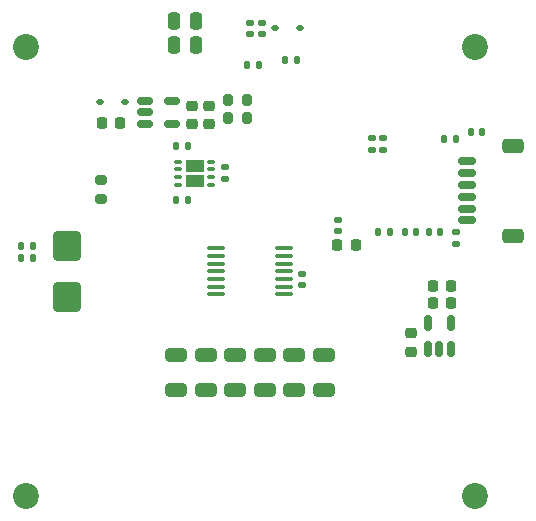
<source format=gbp>
%TF.GenerationSoftware,KiCad,Pcbnew,8.0.7*%
%TF.CreationDate,2025-10-10T17:09:57-07:00*%
%TF.ProjectId,CurlDrive-2,4375726c-4472-4697-9665-2d322e6b6963,rev?*%
%TF.SameCoordinates,Original*%
%TF.FileFunction,Paste,Bot*%
%TF.FilePolarity,Positive*%
%FSLAX46Y46*%
G04 Gerber Fmt 4.6, Leading zero omitted, Abs format (unit mm)*
G04 Created by KiCad (PCBNEW 8.0.7) date 2025-10-10 17:09:57*
%MOMM*%
%LPD*%
G01*
G04 APERTURE LIST*
G04 Aperture macros list*
%AMRoundRect*
0 Rectangle with rounded corners*
0 $1 Rounding radius*
0 $2 $3 $4 $5 $6 $7 $8 $9 X,Y pos of 4 corners*
0 Add a 4 corners polygon primitive as box body*
4,1,4,$2,$3,$4,$5,$6,$7,$8,$9,$2,$3,0*
0 Add four circle primitives for the rounded corners*
1,1,$1+$1,$2,$3*
1,1,$1+$1,$4,$5*
1,1,$1+$1,$6,$7*
1,1,$1+$1,$8,$9*
0 Add four rect primitives between the rounded corners*
20,1,$1+$1,$2,$3,$4,$5,0*
20,1,$1+$1,$4,$5,$6,$7,0*
20,1,$1+$1,$6,$7,$8,$9,0*
20,1,$1+$1,$8,$9,$2,$3,0*%
G04 Aperture macros list end*
%ADD10C,2.200000*%
%ADD11RoundRect,0.225000X0.250000X-0.225000X0.250000X0.225000X-0.250000X0.225000X-0.250000X-0.225000X0*%
%ADD12RoundRect,0.112500X0.187500X0.112500X-0.187500X0.112500X-0.187500X-0.112500X0.187500X-0.112500X0*%
%ADD13RoundRect,0.135000X-0.135000X-0.185000X0.135000X-0.185000X0.135000X0.185000X-0.135000X0.185000X0*%
%ADD14RoundRect,0.225000X0.225000X0.250000X-0.225000X0.250000X-0.225000X-0.250000X0.225000X-0.250000X0*%
%ADD15RoundRect,0.140000X-0.140000X-0.170000X0.140000X-0.170000X0.140000X0.170000X-0.140000X0.170000X0*%
%ADD16RoundRect,0.140000X0.170000X-0.140000X0.170000X0.140000X-0.170000X0.140000X-0.170000X-0.140000X0*%
%ADD17RoundRect,0.250000X-0.650000X0.325000X-0.650000X-0.325000X0.650000X-0.325000X0.650000X0.325000X0*%
%ADD18RoundRect,0.100000X-0.637500X-0.100000X0.637500X-0.100000X0.637500X0.100000X-0.637500X0.100000X0*%
%ADD19RoundRect,0.150000X-0.625000X0.150000X-0.625000X-0.150000X0.625000X-0.150000X0.625000X0.150000X0*%
%ADD20RoundRect,0.250000X-0.650000X0.350000X-0.650000X-0.350000X0.650000X-0.350000X0.650000X0.350000X0*%
%ADD21RoundRect,0.140000X-0.170000X0.140000X-0.170000X-0.140000X0.170000X-0.140000X0.170000X0.140000X0*%
%ADD22RoundRect,0.135000X0.135000X0.185000X-0.135000X0.185000X-0.135000X-0.185000X0.135000X-0.185000X0*%
%ADD23RoundRect,0.150000X0.150000X-0.512500X0.150000X0.512500X-0.150000X0.512500X-0.150000X-0.512500X0*%
%ADD24RoundRect,0.200000X-0.200000X-0.275000X0.200000X-0.275000X0.200000X0.275000X-0.200000X0.275000X0*%
%ADD25RoundRect,0.200000X0.200000X0.275000X-0.200000X0.275000X-0.200000X-0.275000X0.200000X-0.275000X0*%
%ADD26RoundRect,0.200000X-0.275000X0.200000X-0.275000X-0.200000X0.275000X-0.200000X0.275000X0.200000X0*%
%ADD27RoundRect,0.250000X0.250000X0.475000X-0.250000X0.475000X-0.250000X-0.475000X0.250000X-0.475000X0*%
%ADD28RoundRect,0.250000X-0.900000X1.000000X-0.900000X-1.000000X0.900000X-1.000000X0.900000X1.000000X0*%
%ADD29RoundRect,0.080000X0.655000X0.455000X-0.655000X0.455000X-0.655000X-0.455000X0.655000X-0.455000X0*%
%ADD30RoundRect,0.075000X0.225000X0.075000X-0.225000X0.075000X-0.225000X-0.075000X0.225000X-0.075000X0*%
%ADD31RoundRect,0.140000X0.140000X0.170000X-0.140000X0.170000X-0.140000X-0.170000X0.140000X-0.170000X0*%
%ADD32RoundRect,0.150000X-0.512500X-0.150000X0.512500X-0.150000X0.512500X0.150000X-0.512500X0.150000X0*%
G04 APERTURE END LIST*
D10*
X131000000Y-81000000D03*
X131000000Y-119000000D03*
X169000000Y-119000000D03*
X169000000Y-81000000D03*
D11*
X145040000Y-87545000D03*
X145040000Y-85995000D03*
D12*
X154200000Y-79440000D03*
X152100000Y-79440000D03*
D13*
X166375000Y-88800000D03*
X167395000Y-88800000D03*
D14*
X167010000Y-101240000D03*
X165460000Y-101240000D03*
D15*
X165140000Y-96700000D03*
X166100000Y-96700000D03*
D16*
X147850000Y-92180000D03*
X147850000Y-91220000D03*
D17*
X148750000Y-107075000D03*
X148750000Y-110025000D03*
D18*
X147137500Y-101950000D03*
X147137500Y-101300000D03*
X147137500Y-100650000D03*
X147137500Y-100000000D03*
X147137500Y-99350000D03*
X147137500Y-98700000D03*
X147137500Y-98050000D03*
X152862500Y-98050000D03*
X152862500Y-98700000D03*
X152862500Y-99350000D03*
X152862500Y-100000000D03*
X152862500Y-100650000D03*
X152862500Y-101300000D03*
X152862500Y-101950000D03*
D14*
X158925000Y-97775000D03*
X157375000Y-97775000D03*
D19*
X168350000Y-90700000D03*
X168350000Y-91700000D03*
X168350000Y-92700000D03*
X168350000Y-93700000D03*
X168350000Y-94700000D03*
X168350000Y-95700000D03*
D20*
X172225000Y-89400000D03*
X172225000Y-97000000D03*
D21*
X160275000Y-88750000D03*
X160275000Y-89710000D03*
D16*
X154400000Y-101180000D03*
X154400000Y-100220000D03*
D22*
X153960000Y-82100000D03*
X152940000Y-82100000D03*
D14*
X139005000Y-87480000D03*
X137455000Y-87480000D03*
D22*
X150735000Y-82550000D03*
X149715000Y-82550000D03*
D13*
X143740000Y-89425000D03*
X144760000Y-89425000D03*
D17*
X146250000Y-107075000D03*
X146250000Y-110025000D03*
D16*
X150000000Y-79960000D03*
X150000000Y-79000000D03*
D23*
X166970000Y-106627500D03*
X166020000Y-106627500D03*
X165070000Y-106627500D03*
X165070000Y-104352500D03*
X166970000Y-104352500D03*
D22*
X161880000Y-96700000D03*
X160860000Y-96700000D03*
D11*
X163575000Y-106825000D03*
X163575000Y-105275000D03*
D24*
X148100000Y-87000000D03*
X149750000Y-87000000D03*
D25*
X149755000Y-85520000D03*
X148105000Y-85520000D03*
D13*
X130590000Y-97850000D03*
X131610000Y-97850000D03*
D16*
X167425000Y-97680000D03*
X167425000Y-96720000D03*
D22*
X131610000Y-98900000D03*
X130590000Y-98900000D03*
D21*
X161250000Y-88750000D03*
X161250000Y-89710000D03*
D15*
X168670000Y-88250000D03*
X169630000Y-88250000D03*
D26*
X137400000Y-92275000D03*
X137400000Y-93925000D03*
D16*
X151000000Y-79960000D03*
X151000000Y-79000000D03*
D11*
X146500000Y-87550000D03*
X146500000Y-86000000D03*
D27*
X145430000Y-78835000D03*
X143530000Y-78835000D03*
D16*
X157445000Y-96610000D03*
X157445000Y-95650000D03*
D28*
X134500000Y-97850000D03*
X134500000Y-102150000D03*
D17*
X156250000Y-107075000D03*
X156250000Y-110025000D03*
D12*
X139400000Y-85700000D03*
X137300000Y-85700000D03*
D17*
X153750000Y-107075000D03*
X153750000Y-110025000D03*
X151250000Y-107075000D03*
X151250000Y-110025000D03*
D15*
X143750000Y-94000000D03*
X144710000Y-94000000D03*
D29*
X145325000Y-92347500D03*
X145325000Y-91077500D03*
D30*
X146725000Y-90737500D03*
X146725000Y-91387500D03*
X146725000Y-92037500D03*
X146725000Y-92687500D03*
X143925000Y-92687500D03*
X143925000Y-92037500D03*
X143925000Y-91387500D03*
X143925000Y-90737500D03*
D31*
X164065000Y-96700000D03*
X163105000Y-96700000D03*
D17*
X143750000Y-107075000D03*
X143750000Y-110025000D03*
D14*
X167010000Y-102700000D03*
X165460000Y-102700000D03*
D32*
X141122500Y-87505000D03*
X141122500Y-86555000D03*
X141122500Y-85605000D03*
X143397500Y-85605000D03*
X143397500Y-87505000D03*
D27*
X145430000Y-80810000D03*
X143530000Y-80810000D03*
M02*

</source>
